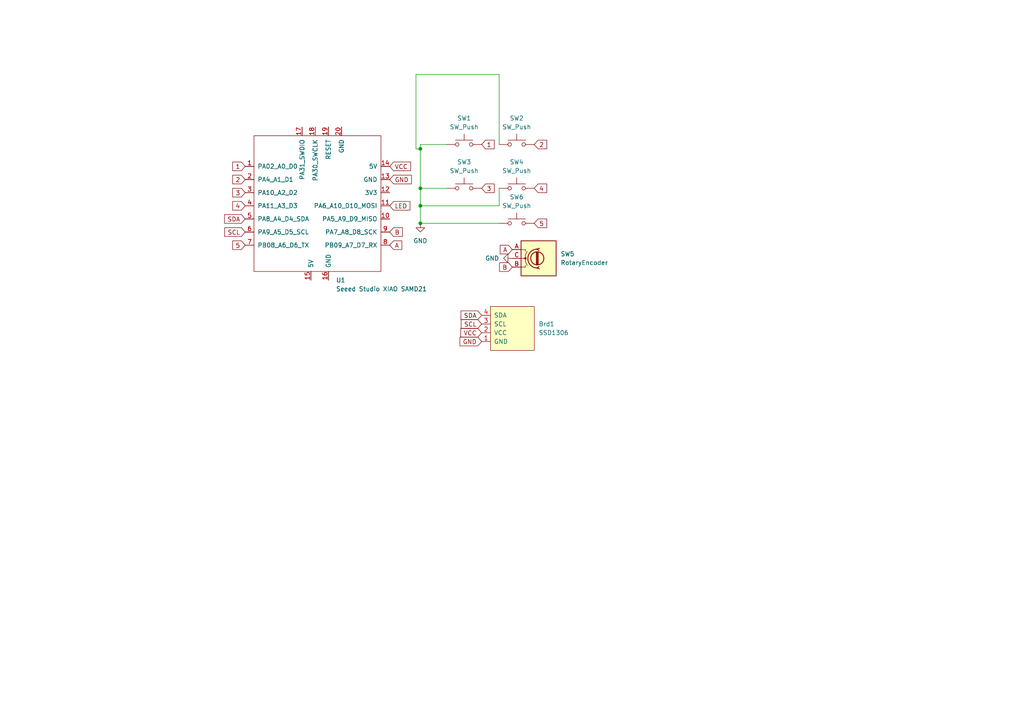
<source format=kicad_sch>
(kicad_sch (version 20231120) (generator "eeschema") (generator_version "8.0")
  (paper "A4")
  (lib_symbols
    (symbol "Device:RotaryEncoder" (pin_names (offset 0.254) hide)
      (property "Reference" "SW" (at 0 6.604 0))
      (property "Value" "RotaryEncoder" (at 0 -6.604 0))
      (symbol "RotaryEncoder_0_1"
        (rectangle (start -5.08 5.08) (end 5.08 -5.08) (stroke (width 0.254)) (fill (type background)))
        (circle (center -3.81 0) (radius 0.254) (fill (type outline)))
        (circle (center -0.381 0) (radius 1.905) (stroke (width 0.254)))
        (arc (start -0.381 2.667) (mid -3.0988 -0.0635) (end -0.381 -2.794) (stroke (width 0.254)))
        (polyline (pts (xy -0.635 -1.778) (xy -0.635 1.778)) (stroke (width 0.254)))
        (polyline (pts (xy -0.381 -1.778) (xy -0.381 1.778)) (stroke (width 0.254)))
        (polyline (pts (xy -0.127 1.778) (xy -0.127 -1.778)) (stroke (width 0.254)))
        (polyline (pts (xy -5.08 -2.54) (xy -3.81 -2.54) (xy -3.81 -2.032)))
        (polyline (pts (xy -5.08 2.54) (xy -3.81 2.54) (xy -3.81 2.032)))
        (polyline (pts (xy 0.254 -3.048) (xy -0.508 -2.794) (xy 0.127 -2.413)) (stroke (width 0.254)))
        (polyline (pts (xy 0.254 2.921) (xy -0.508 2.667) (xy 0.127 2.286)) (stroke (width 0.254)))
        (polyline (pts (xy -5.08 0) (xy -3.81 0) (xy -3.81 -1.016) (xy -3.302 -2.032)))
        (polyline (pts (xy -4.318 0) (xy -3.81 0) (xy -3.81 1.016) (xy -3.302 2.032)))
      )
      (symbol "RotaryEncoder_1_1"
        (pin passive line (at -7.62 2.54 0) (length 2.54) (name "A") (number "A"))
        (pin passive line (at -7.62 -2.54 0) (length 2.54) (name "B") (number "B"))
        (pin passive line (at -7.62 0 0) (length 2.54) (name "C") (number "C"))
      )
    )
    (symbol "SSD1306-128x64_OLED:SSD1306" (pin_names (offset 1.016))
      (property "Reference" "Brd" (at 0 -3.81 0))
      (property "Value" "SSD1306" (at 0 -1.27 0))
      (symbol "SSD1306_0_1"
        (rectangle (start -6.35 6.35) (end 6.35 -6.35) (fill (type background)))
      )
      (symbol "SSD1306_1_1"
        (pin input line (at -3.81 8.89 270) (length 2.54) (name "GND") (number "1"))
        (pin input line (at -1.27 8.89 270) (length 2.54) (name "VCC") (number "2"))
        (pin input line (at 1.27 8.89 270) (length 2.54) (name "SCL") (number "3"))
        (pin input line (at 3.81 8.89 270) (length 2.54) (name "SDA") (number "4"))
      )
    )
    (symbol "Seeed_Studio_XIAO_Series:Seeed Studio XIAO SAMD21" (pin_names (offset 1.016))
      (property "Reference" "U" (at -19.05 22.86 0))
      (property "Value" "Seeed Studio XIAO SAMD21" (at -12.7 21.59 0))
      (symbol "Seeed Studio XIAO SAMD21_0_1"
        (rectangle (start -19.05 20.32) (end 17.78 -19.05))
      )
      (symbol "Seeed Studio XIAO SAMD21_1_1"
        (pin unspecified line (at -21.59 11.43 0) (length 2.54) (name "PA02_A0_D0") (number "1"))
        (pin unspecified line (at 20.32 -3.81 180) (length 2.54) (name "PA5_A9_D9_MISO") (number "10"))
        (pin unspecified line (at 20.32 0 180) (length 2.54) (name "PA6_A10_D10_MOSI") (number "11"))
        (pin unspecified line (at 20.32 3.81 180) (length 2.54) (name "3V3") (number "12"))
        (pin unspecified line (at 20.32 7.62 180) (length 2.54) (name "GND") (number "13"))
        (pin unspecified line (at 20.32 11.43 180) (length 2.54) (name "5V") (number "14"))
        (pin input line (at -2.54 -21.59 90) (length 2.54) (name "5V") (number "15"))
        (pin input line (at 2.54 -21.59 90) (length 2.54) (name "GND") (number "16"))
        (pin input line (at -5.08 22.86 270) (length 2.54) (name "PA31_SWDIO") (number "17"))
        (pin input line (at -1.27 22.86 270) (length 2.54) (name "PA30_SWCLK") (number "18"))
        (pin input line (at 2.54 22.86 270) (length 2.54) (name "RESET") (number "19"))
        (pin unspecified line (at -21.59 7.62 0) (length 2.54) (name "PA4_A1_D1") (number "2"))
        (pin input line (at 6.35 22.86 270) (length 2.54) (name "GND") (number "20"))
        (pin unspecified line (at -21.59 3.81 0) (length 2.54) (name "PA10_A2_D2") (number "3"))
        (pin unspecified line (at -21.59 0 0) (length 2.54) (name "PA11_A3_D3") (number "4"))
        (pin unspecified line (at -21.59 -3.81 0) (length 2.54) (name "PA8_A4_D4_SDA") (number "5"))
        (pin unspecified line (at -21.59 -7.62 0) (length 2.54) (name "PA9_A5_D5_SCL") (number "6"))
        (pin unspecified line (at -21.59 -11.43 0) (length 2.54) (name "PB08_A6_D6_TX") (number "7"))
        (pin unspecified line (at 20.32 -11.43 180) (length 2.54) (name "PB09_A7_D7_RX") (number "8"))
        (pin unspecified line (at 20.32 -7.62 180) (length 2.54) (name "PA7_A8_D8_SCK") (number "9"))
      )
    )
    (symbol "Switch:SW_Push" (pin_numbers hide) (pin_names (offset 1.016) hide)
      (property "Reference" "SW" (at 1.27 2.54 0))
      (property "Value" "SW_Push" (at 0 -1.524 0))
      (symbol "SW_Push_0_1"
        (circle (center -2.032 0) (radius 0.508))
        (polyline (pts (xy 0 1.27) (xy 0 3.048)))
        (polyline (pts (xy 2.54 1.27) (xy -2.54 1.27)))
        (circle (center 2.032 0) (radius 0.508))
        (pin passive line (at -5.08 0 0) (length 2.54) (name "1") (number "1"))
        (pin passive line (at 5.08 0 180) (length 2.54) (name "2") (number "2"))
      )
    )
    (symbol "power:GND" (power) (pin_numbers hide) (pin_names (offset 0) hide)
      (property "Value" "GND" (at 0 -3.81 0))
      (symbol "GND_0_1"
        (polyline (pts (xy 0 0) (xy 0 -1.27) (xy 1.27 -1.27) (xy 0 -2.54) (xy -1.27 -1.27) (xy 0 -1.27)))
      )
      (symbol "GND_1_1"
        (pin power_in line (at 0 0 270) (length 0) (name "~") (number "1"))
      )
    )
  )
  (junction (at 121.92 59.69))
  (junction (at 121.92 64.77))
  (junction (at 121.92 43.18))
  (junction (at 121.92 54.61))
  (wire (pts (xy 144.78 64.77) (xy 121.92 64.77)))
  (wire (pts (xy 121.92 54.61) (xy 121.92 59.69)))
  (wire (pts (xy 121.92 54.61) (xy 129.54 54.61)))
  (wire (pts (xy 121.92 59.69) (xy 144.78 59.69)))
  (wire (pts (xy 144.78 21.59) (xy 120.65 21.59)))
  (wire (pts (xy 120.65 43.18) (xy 121.92 43.18)))
  (wire (pts (xy 144.78 54.61) (xy 144.78 59.69)))
  (wire (pts (xy 144.78 41.91) (xy 144.78 21.59)))
  (wire (pts (xy 121.92 59.69) (xy 121.92 64.77)))
  (wire (pts (xy 129.54 41.91) (xy 121.92 41.91)))
  (wire (pts (xy 121.92 41.91) (xy 121.92 43.18)))
  (wire (pts (xy 121.92 43.18) (xy 121.92 54.61)))
  (wire (pts (xy 120.65 21.59) (xy 120.65 43.18)))
  (global_label "SCL" (shape input) (at 139.7 93.98 180) (property "Intersheetrefs" "${INTERSHEET_REFS}" (effects (hide yes))))
  (global_label "2" (shape input) (at 154.94 41.91 0) (property "Intersheetrefs" "${INTERSHEET_REFS}" (effects (hide yes))))
  (global_label "LED" (shape input) (at 113.03 59.69 0) (property "Intersheetrefs" "${INTERSHEET_REFS}" (effects (hide yes))))
  (global_label "4" (shape input) (at 71.12 59.69 180) (property "Intersheetrefs" "${INTERSHEET_REFS}" (effects (hide yes))))
  (global_label "B" (shape input) (at 148.59 77.47 180) (property "Intersheetrefs" "${INTERSHEET_REFS}" (effects (hide yes))))
  (global_label "SCL" (shape input) (at 71.12 67.31 180) (property "Intersheetrefs" "${INTERSHEET_REFS}" (effects (hide yes))))
  (global_label "GND" (shape input) (at 139.7 99.06 180) (property "Intersheetrefs" "${INTERSHEET_REFS}" (effects (hide yes))))
  (global_label "3" (shape input) (at 71.12 55.88 180) (property "Intersheetrefs" "${INTERSHEET_REFS}" (effects (hide yes))))
  (global_label "3" (shape input) (at 139.7 54.61 0) (property "Intersheetrefs" "${INTERSHEET_REFS}" (effects (hide yes))))
  (global_label "GND" (shape input) (at 113.03 52.07 0) (property "Intersheetrefs" "${INTERSHEET_REFS}" (effects (hide yes))))
  (global_label "5" (shape input) (at 154.94 64.77 0) (property "Intersheetrefs" "${INTERSHEET_REFS}" (effects (hide yes))))
  (global_label "SDA" (shape input) (at 71.12 63.5 180) (property "Intersheetrefs" "${INTERSHEET_REFS}" (effects (hide yes))))
  (global_label "1" (shape input) (at 139.7 41.91 0) (property "Intersheetrefs" "${INTERSHEET_REFS}" (effects (hide yes))))
  (global_label "A" (shape input) (at 113.03 71.12 0) (property "Intersheetrefs" "${INTERSHEET_REFS}" (effects (hide yes))))
  (global_label "SDA" (shape input) (at 139.7 91.44 180) (property "Intersheetrefs" "${INTERSHEET_REFS}" (effects (hide yes))))
  (global_label "VCC" (shape input) (at 139.7 96.52 180) (property "Intersheetrefs" "${INTERSHEET_REFS}" (effects (hide yes))))
  (global_label "2" (shape input) (at 71.12 52.07 180) (property "Intersheetrefs" "${INTERSHEET_REFS}" (effects (hide yes))))
  (global_label "4" (shape input) (at 154.94 54.61 0) (property "Intersheetrefs" "${INTERSHEET_REFS}" (effects (hide yes))))
  (global_label "1" (shape input) (at 71.12 48.26 180) (property "Intersheetrefs" "${INTERSHEET_REFS}" (effects (hide yes))))
  (global_label "B" (shape input) (at 113.03 67.31 0) (property "Intersheetrefs" "${INTERSHEET_REFS}" (effects (hide yes))))
  (global_label "VCC" (shape input) (at 113.03 48.26 0) (property "Intersheetrefs" "${INTERSHEET_REFS}" (effects (hide yes))))
  (global_label "5" (shape input) (at 71.12 71.12 180) (property "Intersheetrefs" "${INTERSHEET_REFS}" (effects (hide yes))))
  (global_label "A" (shape input) (at 148.59 72.39 180) (property "Intersheetrefs" "${INTERSHEET_REFS}" (effects (hide yes))))
  (symbol (lib_id "Switch:SW_Push") (at 149.86 54.61 0) (unit 1)
    (property "Reference" "SW4" (at 149.86 46.99 0))
    (property "Value" "SW_Push" (at 149.86 49.53 0))
    (property "Footprint" "Button_Switch_Keyboard:SW_Cherry_MX_1.00u_PCB" (effects (hide yes)))
    (property "Description" "Push button switch, generic, two pins" (effects (hide yes)))
  )
  (symbol (lib_id "Device:RotaryEncoder") (at 156.21 74.93 0) (unit 1)
    (property "Reference" "SW5" (at 162.56 73.6599 0) (effects (justify left)))
    (property "Value" "RotaryEncoder" (at 162.56 76.1999 0) (effects (justify left)))
    (property "Footprint" "Rotary_Encoder:RotaryEncoder_Alps_EC11E-Switch_Vertical_H20mm" (effects (hide yes)))
    (property "Description" "Rotary encoder, dual channel, incremental quadrate outputs" (effects (hide yes)))
  )
  (symbol (lib_id "Switch:SW_Push") (at 149.86 41.91 0) (unit 1)
    (property "Reference" "SW2" (at 149.86 34.29 0))
    (property "Value" "SW_Push" (at 149.86 36.83 0))
    (property "Footprint" "Button_Switch_Keyboard:SW_Cherry_MX_1.00u_PCB" (effects (hide yes)))
    (property "Description" "Push button switch, generic, two pins" (effects (hide yes)))
  )
  (symbol (lib_id "power:GND") (at 148.59 74.93 270) (unit 1)
    (property "Reference" "#PWR02" (effects (hide yes)))
    (property "Value" "GND" (at 144.78 74.9299 90) (effects (justify right)))
    (property "Description" "Power symbol creates a global label with name \"GND\" , ground" (effects (hide yes)))
  )
  (symbol (lib_id "Switch:SW_Push") (at 134.62 54.61 0) (unit 1)
    (property "Reference" "SW3" (at 134.62 46.99 0))
    (property "Value" "SW_Push" (at 134.62 49.53 0))
    (property "Footprint" "Button_Switch_Keyboard:SW_Cherry_MX_1.00u_PCB" (effects (hide yes)))
    (property "Description" "Push button switch, generic, two pins" (effects (hide yes)))
  )
  (symbol (lib_id "SSD1306-128x64_OLED:SSD1306") (at 148.59 95.25 90) (unit 1)
    (property "Reference" "Brd1" (at 156.21 93.9799 90) (effects (justify right)))
    (property "Value" "SSD1306" (at 156.21 96.5199 90) (effects (justify right)))
    (property "Footprint" "SSD1306:128x64OLED" (effects (hide yes)))
  )
  (symbol (lib_id "Switch:SW_Push") (at 134.62 41.91 0) (unit 1)
    (property "Reference" "SW1" (at 134.62 34.29 0))
    (property "Value" "SW_Push" (at 134.62 36.83 0))
    (property "Footprint" "Button_Switch_Keyboard:SW_Cherry_MX_1.00u_PCB" (effects (hide yes)))
    (property "Description" "Push button switch, generic, two pins" (effects (hide yes)))
  )
  (symbol (lib_id "Seeed_Studio_XIAO_Series:Seeed Studio XIAO SAMD21") (at 92.71 59.69 0) (unit 1)
    (property "Reference" "U1" (at 97.4441 81.28 0) (effects (justify left)))
    (property "Value" "Seeed Studio XIAO SAMD21" (at 97.4441 83.82 0) (effects (justify left)))
    (property "Footprint" "Seeed Studio XIAO Series Library:XIAO-Generic-Thruhole-14P-2.54-21X17.8MM" (effects (hide yes)))
  )
  (symbol (lib_id "Switch:SW_Push") (at 149.86 64.77 0) (unit 1)
    (property "Reference" "SW6" (at 149.86 57.15 0))
    (property "Value" "SW_Push" (at 149.86 59.69 0))
    (property "Footprint" "Button_Switch_Keyboard:SW_Cherry_MX_1.00u_PCB" (effects (hide yes)))
    (property "Description" "Push button switch, generic, two pins" (effects (hide yes)))
  )
  (symbol (lib_id "power:GND") (at 121.92 64.77 0) (unit 1)
    (property "Reference" "#PWR01" (effects (hide yes)))
    (property "Value" "GND" (at 121.92 69.85 0))
    (property "Description" "Power symbol creates a global label with name \"GND\" , ground" (effects (hide yes)))
  )
)
</source>
